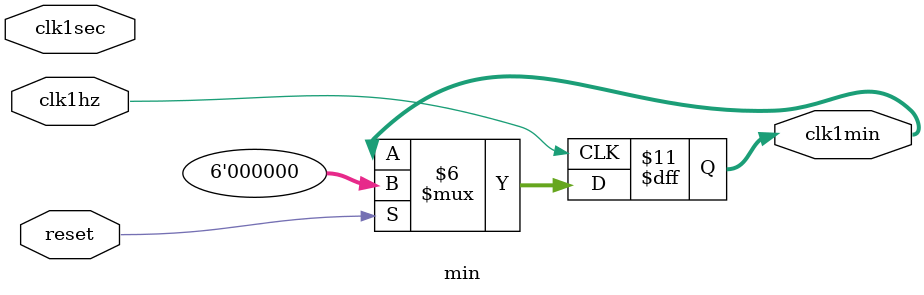
<source format=v>
`timescale 1ns / 1ps
module min(
    input clk1hz,//1 hz frequency
    input clk1sec,
    input reset,
    output reg [5:0] clk1min = 6'b000000 //1/60 hz frequency
    
    );
    always@(posedge clk1hz)
    begin
        if (clk1sec == 6'b111011)
        begin
            clk1min = clk1min+1;
        end
        if (reset)
        begin
            clk1min = 6'b000000;
        end
        else
        begin
            clk1min = clk1min;
        end
    end
    
endmodule

</source>
